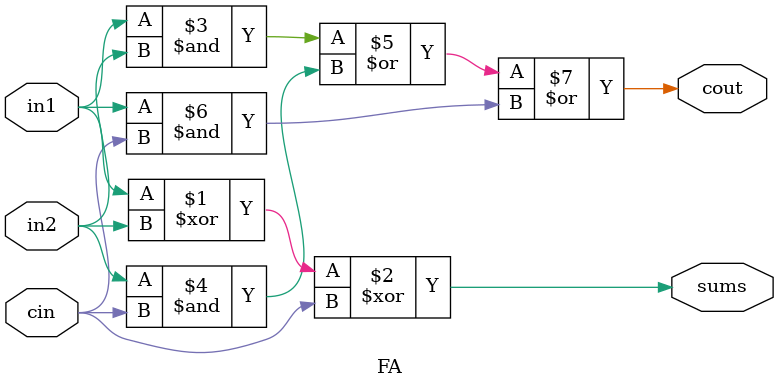
<source format=sv>


//    http://www.apache.org/licenses/LICENSE-2.0

// Unless required by applicable law or agreed to in writing, software
// distributed under the License is distributed on an "AS IS" BASIS,
// WITHOUT WARRANTIES OR CONDITIONS OF ANY KIND, either express or implied.
// See the License for the specific language governing permissions and
// limitations under the License.



module FA(
             input logic unsigned in1,
             input logic unsigned in2,
             input logic unsigned cin,
             output logic unsigned sums,
             output logic unsigned cout);
             

  
  assign sums = in1 ^ in2 ^ cin;
  
  assign cout = (in1 & in2)|(in2 & cin)|(in1 & cin);
  // this might be change in future
  initial begin
   $dumpfile("dump.vcd");
   $dumpvars(1,FA);
  end
  
endmodule

</source>
